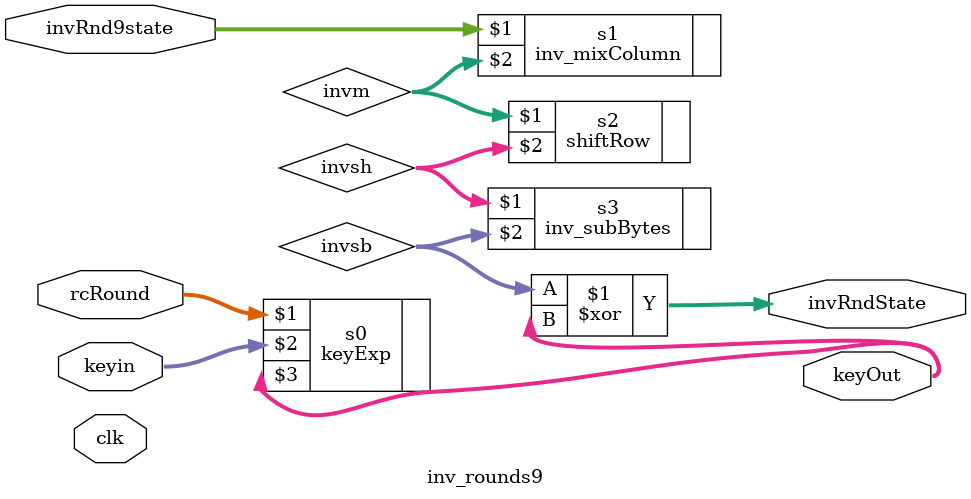
<source format=v>
/*************************************************************************** 
 ***                                                                     *** 
 *** EE 526 L Project                   Avinash Damse, Spring, 2023      *** 
 ***                                                                     *** 
 *** AES Encryption Decryption                                           *** 
 ***                                                                     *** 
 *************************************************************************** 
 ***  Filename: inv9rounds.v   Created by Avinash Damse,   2nd May 2023  *** 
 ***     								         					 	 *** 
 ***************************************************************************/ 

`timescale 1ns / 1ps
module inv_rounds9(clk,rcRound,keyin,keyOut,invRnd9state,invRndState);
input clk;
input [3:0] rcRound;
input [127:0] keyin;
input [127:0] invRnd9state;
output [127:0] keyOut;
output [127:0] invRndState;


wire [127:0] invm,invsh,invsb;

//1-9 rounds

keyExp s0(rcRound,keyin,keyOut);
inv_mixColumn s1(invRnd9state, invm);
shiftRow s2(invm,invsh);
inv_subBytes s3(invsh,invsb);

assign invRndState = invsb^keyOut;

endmodule

</source>
